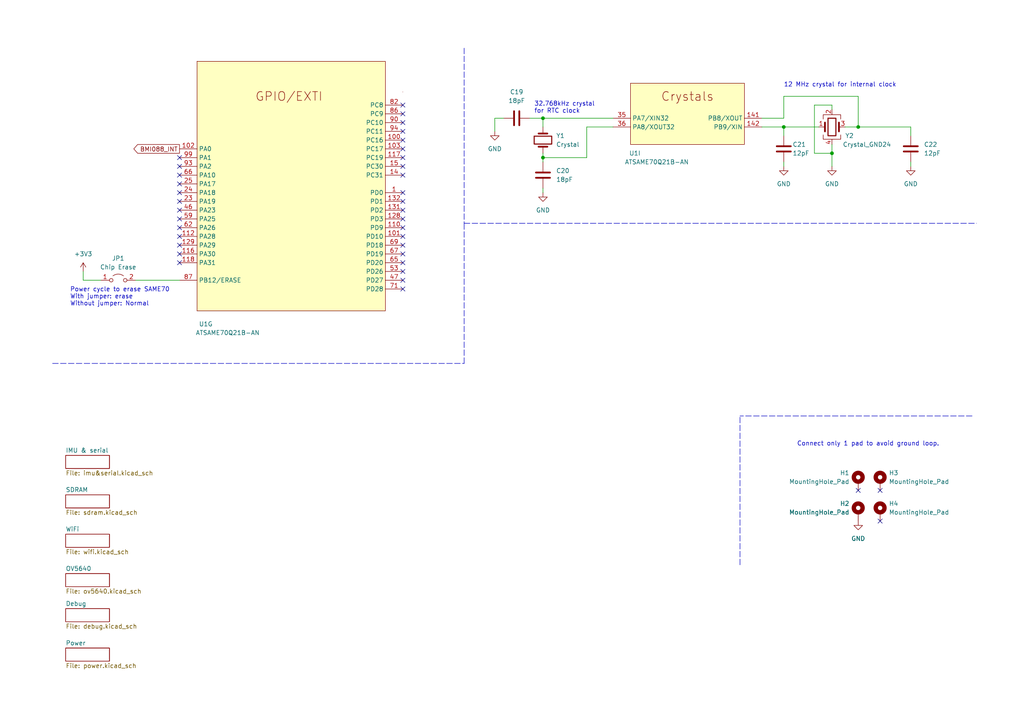
<source format=kicad_sch>
(kicad_sch (version 20211123) (generator eeschema)
  (paper "A4")
  (title_block (title "Flight Controller") (date "2023-01-29") (rev "0.1"))
  (lib_symbols
    (symbol "Device:C" (pin_numbers hide) (pin_names (offset 0.254))
      (property "Reference" "C" (at 0.635 2.54 0))
      (property "Value" "C" (at 0.635 -2.54 0))
      (symbol "C_0_1"
        (polyline (pts (xy -2.032 -0.762) (xy 2.032 -0.762)) (stroke (width 0.508)))
        (polyline (pts (xy -2.032 0.762) (xy 2.032 0.762)) (stroke (width 0.508)))
      )
      (symbol "C_1_1"
        (pin passive line (at 0 3.81 270) (length 2.794) (name "~") (number "1"))
        (pin passive line (at 0 -3.81 90) (length 2.794) (name "~") (number "2"))
      )
    )
    (symbol "Device:Crystal" (pin_numbers hide) (pin_names (offset 1.016) hide)
      (property "Reference" "Y" (at 0 3.81 0))
      (property "Value" "Crystal" (at 0 -3.81 0))
      (symbol "Crystal_0_1"
        (rectangle (start -1.143 2.54) (end 1.143 -2.54) (stroke (width 0.3048)))
        (polyline (pts (xy -2.54 0) (xy -1.905 0)))
        (polyline (pts (xy -1.905 -1.27) (xy -1.905 1.27)) (stroke (width 0.508)))
        (polyline (pts (xy 1.905 -1.27) (xy 1.905 1.27)) (stroke (width 0.508)))
        (polyline (pts (xy 2.54 0) (xy 1.905 0)))
      )
      (symbol "Crystal_1_1"
        (pin passive line (at -3.81 0 0) (length 1.27) (name "1") (number "1"))
        (pin passive line (at 3.81 0 180) (length 1.27) (name "2") (number "2"))
      )
    )
    (symbol "Device:Crystal_GND24" (pin_names (offset 1.016) hide)
      (property "Reference" "Y" (at 3.175 5.08 0))
      (property "Value" "Crystal_GND24" (at 3.175 3.175 0))
      (symbol "Crystal_GND24_0_1"
        (rectangle (start -1.143 2.54) (end 1.143 -2.54) (stroke (width 0.3048)))
        (polyline (pts (xy -2.54 0) (xy -2.032 0)))
        (polyline (pts (xy -2.032 -1.27) (xy -2.032 1.27)) (stroke (width 0.508)))
        (polyline (pts (xy 0 -3.81) (xy 0 -3.556)))
        (polyline (pts (xy 0 3.556) (xy 0 3.81)))
        (polyline (pts (xy 2.032 -1.27) (xy 2.032 1.27)) (stroke (width 0.508)))
        (polyline (pts (xy 2.032 0) (xy 2.54 0)))
        (polyline (pts (xy -2.54 -2.286) (xy -2.54 -3.556) (xy 2.54 -3.556) (xy 2.54 -2.286)))
        (polyline (pts (xy -2.54 2.286) (xy -2.54 3.556) (xy 2.54 3.556) (xy 2.54 2.286)))
      )
      (symbol "Crystal_GND24_1_1"
        (pin passive line (at -3.81 0 0) (length 1.27) (name "1") (number "1"))
        (pin passive line (at 0 5.08 270) (length 1.27) (name "2") (number "2"))
        (pin passive line (at 3.81 0 180) (length 1.27) (name "3") (number "3"))
        (pin passive line (at 0 -5.08 90) (length 1.27) (name "4") (number "4"))
      )
    )
    (symbol "Jumper:Jumper_2_Open" (pin_names (offset 0) hide)
      (property "Reference" "JP" (at 0 2.794 0))
      (property "Value" "Jumper_2_Open" (at 0 -2.286 0))
      (symbol "Jumper_2_Open_0_0"
        (circle (center -2.032 0) (radius 0.508))
        (circle (center 2.032 0) (radius 0.508))
      )
      (symbol "Jumper_2_Open_0_1"
        (arc (start 1.524 1.27) (mid 0 1.778) (end -1.524 1.27))
      )
      (symbol "Jumper_2_Open_1_1"
        (pin passive line (at -5.08 0 0) (length 2.54) (name "A") (number "1"))
        (pin passive line (at 5.08 0 180) (length 2.54) (name "B") (number "2"))
      )
    )
    (symbol "Mechanical:MountingHole_Pad" (pin_numbers hide) (pin_names (offset 1.016) hide)
      (property "Reference" "H" (at 0 6.35 0))
      (property "Value" "MountingHole_Pad" (at 0 4.445 0))
      (symbol "MountingHole_Pad_0_1"
        (circle (center 0 1.27) (radius 1.27) (stroke (width 1.27)))
      )
      (symbol "MountingHole_Pad_1_1"
        (pin input line (at 0 -2.54 90) (length 2.54) (name "1") (number "1"))
      )
    )
    (symbol "atsame70q21b-an:ATSAME70Q21B-AN"
      (property "Reference" "U2" (at -15.24 -5.08 0))
      (property "Value" "ATSAME70Q21B-AN" (at -7.62 -2.54 0))
      (symbol "ATSAME70Q21B-AN_1_1"
        (rectangle (start -16.51 25.4) (end 16.51 0) (fill (type background)))
        (text "WiFi" (at 0 21.59 0) (effects (font (size 2.54 2.54))))
        (pin output line (at 21.59 13.97 180) (length 5.08) (name "PB4") (number "105"))
        (pin input line (at 21.59 8.89 180) (length 5.08) (name "PB1") (number "20"))
        (pin output clock (at 21.59 6.35 180) (length 5.08) (name "PB0/RTCOUT0") (number "21"))
        (pin output line (at 21.59 11.43 180) (length 5.08) (name "PB2") (number "26"))
      )
      (symbol "ATSAME70Q21B-AN_2_1"
        (rectangle (start -17.78 36.83) (end 16.51 0) (fill (type background)))
        (text "ISI" (at 0 33.02 0) (effects (font (size 2.54 2.54))))
        (pin bidirectional line (at 21.59 27.94 180) (length 5.08) (name "PA6/PCK0") (number "114"))
        (pin bidirectional line (at -22.86 22.86 0) (length 5.08) (name "PB3/ISI_D2") (number "31"))
        (pin bidirectional line (at 21.59 8.89 180) (length 5.08) (name "PA21") (number "32"))
        (pin bidirectional line (at 21.59 6.35 180) (length 5.08) (name "PA22") (number "37"))
        (pin bidirectional line (at 21.59 15.24 180) (length 5.08) (name "PD25/ISI_VREF") (number "52"))
        (pin bidirectional line (at 21.59 17.78 180) (length 5.08) (name "PD24/ISI_HSYNC") (number "55"))
        (pin bidirectional line (at 21.59 22.86 180) (length 5.08) (name "PA24/ISI_PCK") (number "56"))
        (pin bidirectional line (at -22.86 27.94 0) (length 5.08) (name "PD22/ISI_D0") (number "60"))
        (pin bidirectional line (at -22.86 25.4 0) (length 5.08) (name "PD21/ISI_D1") (number "63"))
        (pin bidirectional line (at -22.86 10.16 0) (length 5.08) (name "PA27/ISI_D7") (number "70"))
        (pin bidirectional line (at -22.86 17.78 0) (length 5.08) (name "PA5/ISI_D4") (number "73"))
        (pin bidirectional line (at -22.86 20.32 0) (length 5.08) (name "PA9/ISI_D3") (number "75"))
        (pin bidirectional line (at -22.86 12.7 0) (length 5.08) (name "PD12/ISI_D6") (number "92"))
        (pin bidirectional line (at -22.86 15.24 0) (length 5.08) (name "PD11/ISI_D5") (number "98"))
      )
      (symbol "ATSAME70Q21B-AN_3_1"
        (rectangle (start -19.05 60.96) (end 17.78 0) (fill (type background)))
        (text "SDRAM" (at 0 54.61 0) (effects (font (size 2.54 2.54))))
        (pin bidirectional line (at 22.86 22.86 180) (length 5.08) (name "PE3/D11") (number "10"))
        (pin bidirectional line (at 22.86 5.08 180) (length 5.08) (name "PD15/NBS1") (number "106"))
        (pin bidirectional line (at -24.13 5.08 0) (length 5.08) (name "PD29/SDWE") (number "108"))
        (pin bidirectional line (at 22.86 50.8 180) (length 5.08) (name "PC0/D0") (number "11"))
        (pin bidirectional line (at 22.86 7.62 180) (length 5.08) (name "PC18/NBS0") (number "111"))
        (pin bidirectional line (at -24.13 33.02 0) (length 5.08) (name "PC27/A9") (number "12"))
        (pin bidirectional line (at -24.13 50.8 0) (length 5.08) (name "PC20/A2") (number "120"))
        (pin bidirectional line (at -24.13 48.26 0) (length 5.08) (name "PC21/A3") (number "122"))
        (pin bidirectional line (at -24.13 45.72 0) (length 5.08) (name "PC22/A4") (number "124"))
        (pin bidirectional line (at -24.13 43.18 0) (length 5.08) (name "PC23/A5") (number "127"))
        (pin bidirectional line (at -24.13 35.56 0) (length 5.08) (name "PC26/A8") (number "13"))
        (pin bidirectional line (at -24.13 40.64 0) (length 5.08) (name "PC24/A6") (number "130"))
        (pin bidirectional line (at -24.13 38.1 0) (length 5.08) (name "PC25/A7") (number "133"))
        (pin bidirectional line (at -24.13 27.94 0) (length 5.08) (name "PC29/A11") (number "16"))
        (pin bidirectional line (at -24.13 12.7 0) (length 5.08) (name "PC15/SDCS") (number "18"))
        (pin bidirectional line (at -24.13 22.86 0) (length 5.08) (name "PA20/BA0") (number "22"))
        (pin bidirectional line (at 22.86 20.32 180) (length 5.08) (name "PE4/D12") (number "27"))
        (pin bidirectional line (at 22.86 17.78 180) (length 5.08) (name "PE5/D13") (number "28"))
        (pin bidirectional line (at 22.86 48.26 180) (length 5.08) (name "PC1/D1") (number "38"))
        (pin bidirectional line (at 22.86 45.72 180) (length 5.08) (name "PC2/D2") (number "39"))
        (pin bidirectional line (at 22.86 30.48 180) (length 5.08) (name "PE0/D8") (number "4"))
        (pin bidirectional line (at 22.86 43.18 180) (length 5.08) (name "PC3/D3") (number "40"))
        (pin bidirectional line (at 22.86 40.64 180) (length 5.08) (name "PC4/D4") (number "41"))
        (pin bidirectional line (at 22.86 12.7 180) (length 5.08) (name "PA16/D15") (number "45"))
        (pin bidirectional line (at 22.86 33.02 180) (length 5.08) (name "PC7/D7") (number "48"))
        (pin bidirectional line (at 22.86 15.24 180) (length 5.08) (name "PA15/D14") (number "49"))
        (pin bidirectional line (at 22.86 35.56 180) (length 5.08) (name "PC6/D6") (number "54"))
        (pin bidirectional line (at -24.13 17.78 0) (length 5.08) (name "PD23/SDCK") (number "57"))
        (pin bidirectional line (at 22.86 38.1 180) (length 5.08) (name "PC5/D5") (number "58"))
        (pin bidirectional line (at 22.86 27.94 180) (length 5.08) (name "PE1/D9") (number "6"))
        (pin bidirectional line (at 22.86 25.4 180) (length 5.08) (name "PE2/D10") (number "7"))
        (pin bidirectional line (at -24.13 7.62 0) (length 5.08) (name "PD17/CAS") (number "74"))
        (pin bidirectional line (at -24.13 30.48 0) (length 5.08) (name "PC28/A10") (number "76"))
        (pin bidirectional line (at -24.13 10.16 0) (length 5.08) (name "PD16/RAS") (number "78"))
        (pin bidirectional line (at -24.13 15.24 0) (length 5.08) (name "PD14/SDCKE") (number "84"))
        (pin bidirectional line (at -24.13 25.4 0) (length 5.08) (name "PD13/SDA10") (number "88"))
      )
      (symbol "ATSAME70Q21B-AN_4_1"
        (rectangle (start -21.59 39.37) (end 22.86 0) (fill (type background)))
        (text "Serial" (at 0 34.29 0) (effects (font (size 2.54 2.54))))
        (pin input line (at 27.94 8.89 180) (length 5.08) (name "PC12/CANRX") (number "17"))
        (pin output line (at 27.94 3.81 180) (length 5.08) (name "PC13") (number "19"))
        (pin input line (at -26.67 6.35 0) (length 5.08) (name "PD31/URXD3") (number "2"))
        (pin output line (at -26.67 8.89 0) (length 5.08) (name "P30/UTXD3") (number "34"))
        (pin output line (at 27.94 21.59 180) (length 5.08) (name "PA13/SQPI_QIO0") (number "42"))
        (pin output clock (at 27.94 26.67 180) (length 5.08) (name "PA14/QSPI_SCK") (number "51"))
        (pin output line (at 27.94 24.13 180) (length 5.08) (name "PA11/QSPI_QCS") (number "64"))
        (pin input line (at 27.94 29.21 180) (length 5.08) (name "PA12/QSPI_QIO1") (number "68"))
        (pin output clock (at -26.67 26.67 0) (length 5.08) (name "PA4/TWCK0") (number "77"))
        (pin bidirectional line (at -26.67 29.21 0) (length 5.08) (name "PA3/TWD0") (number "91"))
        (pin output line (at 27.94 6.35 180) (length 5.08) (name "PC14/CANTX1") (number "97"))
      )
      (symbol "ATSAME70Q21B-AN_5_1"
        (rectangle (start -19.05 38.1) (end 17.78 0) (fill (type background)))
        (text "Debug" (at 0 31.75 0) (effects (font (size 2.54 2.54))))
        (pin input line (at -24.13 17.78 0) (length 5.08) (name "JTAGSEL") (number "104"))
        (pin bidirectional line (at -24.13 5.08 0) (length 5.08) (name "PB5/TRACESWO") (number "109"))
        (pin output clock (at 22.86 15.24 180) (length 5.08) (name "PD8/TRACEDCLK") (number "113"))
        (pin input line (at 22.86 17.78 180) (length 5.08) (name "PD7/TRACED3") (number "119"))
        (pin input line (at 22.86 20.32 180) (length 5.08) (name "PD6/TRACED2") (number "121"))
        (pin input line (at 22.86 22.86 180) (length 5.08) (name "PD5/TRACED1") (number "125"))
        (pin input line (at 22.86 25.4 180) (length 5.08) (name "PD4/TRACED0") (number "126"))
        (pin bidirectional line (at -24.13 7.62 0) (length 5.08) (name "PB6/SWIO") (number "79"))
        (pin bidirectional line (at -24.13 25.4 0) (length 5.08) (name "NRST") (number "83"))
        (pin input line (at -24.13 22.86 0) (length 5.08) (name "TST") (number "85"))
        (pin input clock (at -24.13 10.16 0) (length 5.08) (name "PB7/SWCLK") (number "89"))
      )
      (symbol "ATSAME70Q21B-AN_6_1"
        (rectangle (start -17.78 48.26) (end 13.97 0) (fill (type background)))
        (text "Power" (at -1.27 43.18 0) (effects (font (size 2.54 2.54))))
        (pin passive line (at 19.05 16.51 180) (length 5.08) hide (name "VDDCORE") (number "107"))
        (pin passive line (at 19.05 3.81 180) (length 5.08) hide (name "GND") (number "115"))
        (pin power_in line (at 19.05 13.97 180) (length 5.08) (name "VDDPLL") (number "123"))
        (pin power_in line (at 19.05 34.29 180) (length 5.08) (name "VDDUTMII") (number "134"))
        (pin passive line (at 19.05 3.81 180) (length 5.08) hide (name "GND") (number "135"))
        (pin passive line (at 19.05 3.81 180) (length 5.08) hide (name "GND") (number "138"))
        (pin power_in line (at 19.05 11.43 180) (length 5.08) (name "VDDUTMIC") (number "139"))
        (pin power_in line (at 19.05 31.75 180) (length 5.08) (name "VDDPLLUSB") (number "143"))
        (pin power_in line (at 19.05 16.51 180) (length 5.08) (name "VDDCORE") (number "29"))
        (pin power_out line (at 19.05 19.05 180) (length 5.08) (name "VDDOUT") (number "3"))
        (pin power_in line (at 19.05 29.21 180) (length 5.08) (name "VDDIO") (number "30"))
        (pin passive line (at 19.05 16.51 180) (length 5.08) hide (name "VDDCORE") (number "33"))
        (pin passive line (at 19.05 29.21 180) (length 5.08) hide (name "VDDIO") (number "43"))
        (pin power_in line (at 19.05 3.81 180) (length 5.08) (name "GND") (number "44"))
        (pin power_in line (at 19.05 24.13 180) (length 5.08) (name "VDDIN") (number "5"))
        (pin passive line (at 19.05 16.51 180) (length 5.08) hide (name "VDDCORE") (number "50"))
        (pin passive line (at 19.05 3.81 180) (length 5.08) hide (name "GND") (number "61"))
        (pin passive line (at 19.05 29.21 180) (length 5.08) hide (name "VDDIO") (number "72"))
        (pin power_in line (at -22.86 3.81 0) (length 5.08) (name "VREFN") (number "8"))
        (pin passive line (at 19.05 29.21 180) (length 5.08) hide (name "VDDIO") (number "80"))
        (pin passive line (at 19.05 16.51 180) (length 5.08) hide (name "VDDCORE") (number "81"))
        (pin power_in line (at -22.86 6.35 0) (length 5.08) (name "VREFP") (number "9"))
        (pin passive line (at 19.05 3.81 180) (length 5.08) hide (name "GND") (number "95"))
        (pin passive line (at 19.05 29.21 180) (length 5.08) hide (name "VDDIO") (number "96"))
      )
      (symbol "ATSAME70Q21B-AN_7_1"
        (rectangle (start -27.94 72.39) (end 26.67 0) (fill (type background)))
        (rectangle (start 31.75 63.5) (end 31.75 63.5))
        (text "GPIO/EXTI" (at -1.27 62.23 0) (effects (font (size 2.54 2.54))))
        (pin bidirectional line (at 31.75 34.29 180) (length 5.08) (name "PD0") (number "1"))
        (pin bidirectional line (at 31.75 49.53 180) (length 5.08) (name "PC16") (number "100"))
        (pin bidirectional line (at 31.75 21.59 180) (length 5.08) (name "PD10") (number "101"))
        (pin bidirectional line (at -33.02 46.99 0) (length 5.08) (name "PA0") (number "102"))
        (pin bidirectional line (at 31.75 46.99 180) (length 5.08) (name "PC17") (number "103"))
        (pin bidirectional line (at 31.75 24.13 180) (length 5.08) (name "PD9") (number "110"))
        (pin bidirectional line (at -33.02 21.59 0) (length 5.08) (name "PA28") (number "112"))
        (pin bidirectional line (at -33.02 16.51 0) (length 5.08) (name "PA30") (number "116"))
        (pin bidirectional line (at 31.75 44.45 180) (length 5.08) (name "PC19") (number "117"))
        (pin bidirectional line (at -33.02 13.97 0) (length 5.08) (name "PA31") (number "118"))
        (pin bidirectional line (at 31.75 26.67 180) (length 5.08) (name "PD3") (number "128"))
        (pin bidirectional line (at -33.02 19.05 0) (length 5.08) (name "PA29") (number "129"))
        (pin bidirectional line (at 31.75 29.21 180) (length 5.08) (name "PD2") (number "131"))
        (pin bidirectional line (at 31.75 31.75 180) (length 5.08) (name "PD1") (number "132"))
        (pin bidirectional line (at 31.75 39.37 180) (length 5.08) (name "PC31") (number "14"))
        (pin bidirectional line (at 31.75 41.91 180) (length 5.08) (name "PC30") (number "15"))
        (pin bidirectional line (at -33.02 31.75 0) (length 5.08) (name "PA19") (number "23"))
        (pin bidirectional line (at -33.02 34.29 0) (length 5.08) (name "PA18") (number "24"))
        (pin bidirectional line (at -33.02 36.83 0) (length 5.08) (name "PA17") (number "25"))
        (pin bidirectional line (at -33.02 29.21 0) (length 5.08) (name "PA23") (number "46"))
        (pin bidirectional line (at 31.75 8.89 180) (length 5.08) (name "PD27") (number "47"))
        (pin bidirectional line (at 31.75 11.43 180) (length 5.08) (name "PD26") (number "53"))
        (pin bidirectional line (at -33.02 26.67 0) (length 5.08) (name "PA25") (number "59"))
        (pin bidirectional line (at -33.02 24.13 0) (length 5.08) (name "PA26") (number "62"))
        (pin bidirectional line (at 31.75 13.97 180) (length 5.08) (name "PD20") (number "65"))
        (pin bidirectional line (at -33.02 39.37 0) (length 5.08) (name "PA10") (number "66"))
        (pin bidirectional line (at 31.75 16.51 180) (length 5.08) (name "PD19") (number "67"))
        (pin bidirectional line (at 31.75 19.05 180) (length 5.08) (name "PD18") (number "69"))
        (pin bidirectional line (at 31.75 6.35 180) (length 5.08) (name "PD28") (number "71"))
        (pin bidirectional line (at 31.75 59.69 180) (length 5.08) (name "PC8") (number "82"))
        (pin bidirectional line (at 31.75 57.15 180) (length 5.08) (name "PC9") (number "86"))
        (pin bidirectional line (at -33.02 8.89 0) (length 5.08) (name "PB12/ERASE") (number "87"))
        (pin bidirectional line (at 31.75 54.61 180) (length 5.08) (name "PC10") (number "90"))
        (pin bidirectional line (at -33.02 41.91 0) (length 5.08) (name "PA2") (number "93"))
        (pin bidirectional line (at 31.75 52.07 180) (length 5.08) (name "PC11") (number "94"))
        (pin bidirectional line (at -33.02 44.45 0) (length 5.08) (name "PA1") (number "99"))
      )
      (symbol "ATSAME70Q21B-AN_8_1"
        (rectangle (start -13.97 25.4) (end 15.24 0) (fill (type background)))
        (text "USB" (at 0 21.59 0) (effects (font (size 2.54 2.54))))
        (pin bidirectional line (at -19.05 8.89 0) (length 5.08) (name "HSDM") (number "136"))
        (pin bidirectional line (at -19.05 11.43 0) (length 5.08) (name "HSDP") (number "137"))
        (pin input line (at -19.05 6.35 0) (length 5.08) (name "VBG") (number "140"))
        (pin bidirectional line (at -19.05 16.51 0) (length 5.08) (name "PB13") (number "144"))
      )
      (symbol "ATSAME70Q21B-AN_9_1"
        (rectangle (start -16.51 17.78) (end 16.51 0) (fill (type background)))
        (text "Crystals" (at 0 13.97 0) (effects (font (size 2.54 2.54))))
        (pin bidirectional line (at 21.59 7.62 180) (length 5.08) (name "PB8/XOUT") (number "141"))
        (pin bidirectional line (at 21.59 5.08 180) (length 5.08) (name "PB9/XIN") (number "142"))
        (pin bidirectional line (at -21.59 7.62 0) (length 5.08) (name "PA7/XIN32") (number "35"))
        (pin bidirectional line (at -21.59 5.08 0) (length 5.08) (name "PA8/XOUT32") (number "36"))
      )
    )
    (symbol "power:+3V3" (power) (pin_names (offset 0))
      (property "Value" "+3V3" (at 0 3.556 0))
      (symbol "+3V3_0_1"
        (polyline (pts (xy -0.762 1.27) (xy 0 2.54)))
        (polyline (pts (xy 0 0) (xy 0 2.54)))
        (polyline (pts (xy 0 2.54) (xy 0.762 1.27)))
      )
      (symbol "+3V3_1_1"
        (pin power_in line (at 0 0 90) (length 0) hide (name "+3V3") (number "1"))
      )
    )
    (symbol "power:GND" (power) (pin_names (offset 0))
      (property "Value" "GND" (at 0 -3.81 0))
      (symbol "GND_0_1"
        (polyline (pts (xy 0 0) (xy 0 -1.27) (xy 1.27 -1.27) (xy 0 -2.54) (xy -1.27 -1.27) (xy 0 -1.27)))
      )
      (symbol "GND_1_1"
        (pin power_in line (at 0 0 270) (length 0) hide (name "GND") (number "1"))
      )
    )
  )
  (bus_alias "PD[0..31]" (members "ISI_D[0..7]"))
  (junction (at 157.48 45.72))
  (junction (at 227.33 36.83))
  (junction (at 248.92 36.83))
  (junction (at 241.3 44.45))
  (junction (at 157.48 34.29))
  (no_connect (at 116.84 38.1))
  (no_connect (at 116.84 45.72))
  (no_connect (at 116.84 71.12))
  (no_connect (at 116.84 68.58))
  (no_connect (at 116.84 78.74))
  (no_connect (at 116.84 66.04))
  (no_connect (at 116.84 58.42))
  (no_connect (at 116.84 30.48))
  (no_connect (at 116.84 73.66))
  (no_connect (at 52.07 53.34))
  (no_connect (at 52.07 60.96))
  (no_connect (at 116.84 63.5))
  (no_connect (at 116.84 43.18))
  (no_connect (at 52.07 73.66))
  (no_connect (at 116.84 33.02))
  (no_connect (at 52.07 76.2))
  (no_connect (at 116.84 76.2))
  (no_connect (at 116.84 83.82))
  (no_connect (at 52.07 55.88))
  (no_connect (at 52.07 50.8))
  (no_connect (at 52.07 68.58))
  (no_connect (at 116.84 50.8))
  (no_connect (at 116.84 55.88))
  (no_connect (at 116.84 81.28))
  (no_connect (at 248.92 142.24))
  (no_connect (at 52.07 71.12))
  (no_connect (at 52.07 66.04))
  (no_connect (at 52.07 63.5))
  (no_connect (at 116.84 60.96))
  (no_connect (at 116.84 48.26))
  (no_connect (at 116.84 40.64))
  (no_connect (at 52.07 48.26))
  (no_connect (at 255.27 142.24))
  (no_connect (at 52.07 45.72))
  (no_connect (at 116.84 35.56))
  (no_connect (at 52.07 58.42))
  (no_connect (at 255.27 151.13))
  (wire (pts (xy 143.51 38.1) (xy 143.51 34.29)))
  (wire (pts (xy 157.48 34.29) (xy 157.48 36.83)))
  (wire (pts (xy 241.3 31.75) (xy 241.3 30.48)))
  (wire (pts (xy 157.48 45.72) (xy 157.48 46.99)))
  (wire (pts (xy 157.48 44.45) (xy 157.48 45.72)))
  (wire (pts (xy 241.3 44.45) (xy 241.3 48.26)))
  (wire (pts (xy 245.11 36.83) (xy 248.92 36.83)))
  (wire (pts (xy 248.92 36.83) (xy 264.16 36.83)))
  (wire (pts (xy 24.13 81.28) (xy 29.21 81.28)))
  (wire (pts (xy 227.33 27.94) (xy 248.92 27.94)))
  (wire (pts (xy 248.92 36.83) (xy 248.92 27.94)))
  (wire (pts (xy 241.3 44.45) (xy 241.3 41.91)))
  (wire (pts (xy 220.98 36.83) (xy 227.33 36.83)))
  (wire (pts (xy 227.33 46.99) (xy 227.33 48.26)))
  (wire (pts (xy 157.48 45.72) (xy 170.18 45.72)))
  (polyline (pts (xy 134.62 105.41) (xy 134.62 64.77)))
  (wire (pts (xy 143.51 34.29) (xy 146.05 34.29)))
  (wire (pts (xy 177.8 34.29) (xy 157.48 34.29)))
  (polyline (pts (xy 15.24 105.41) (xy 134.62 105.41)))
  (wire (pts (xy 264.16 36.83) (xy 264.16 39.37)))
  (wire (pts (xy 157.48 54.61) (xy 157.48 55.88)))
  (wire (pts (xy 220.98 34.29) (xy 227.33 34.29)))
  (polyline (pts (xy 134.62 64.77) (xy 283.21 64.77)))
  (polyline (pts (xy 281.94 120.65) (xy 214.63 120.65)))
  (wire (pts (xy 264.16 46.99) (xy 264.16 48.26)))
  (wire (pts (xy 236.22 44.45) (xy 241.3 44.45)))
  (wire (pts (xy 241.3 30.48) (xy 236.22 30.48)))
  (wire (pts (xy 227.33 34.29) (xy 227.33 27.94)))
  (wire (pts (xy 177.8 36.83) (xy 170.18 36.83)))
  (wire (pts (xy 170.18 36.83) (xy 170.18 45.72)))
  (wire (pts (xy 24.13 78.74) (xy 24.13 81.28)))
  (wire (pts (xy 227.33 36.83) (xy 237.49 36.83)))
  (wire (pts (xy 227.33 36.83) (xy 227.33 39.37)))
  (polyline (pts (xy 134.62 13.97) (xy 134.62 64.77)))
  (polyline (pts (xy 214.63 163.83) (xy 214.63 120.65)))
  (wire (pts (xy 39.37 81.28) (xy 52.07 81.28)))
  (wire (pts (xy 153.67 34.29) (xy 157.48 34.29)))
  (wire (pts (xy 236.22 30.48) (xy 236.22 44.45)))
  (text "Connect only 1 pad to avoid ground loop." (at 231.14 129.54 0) (effects (font (size 1.27 1.27)) (justify left bottom)))
  (text "12 MHz crystal for internal clock" (at 227.33 25.4 0) (effects (font (size 1.27 1.27)) (justify left bottom)))
  (text "32.768kHz crystal\nfor RTC clock" (at 154.94 33.02 0) (effects (font (size 1.27 1.27)) (justify left bottom)))
  (text "Power cycle to erase SAME70\nWith jumper: erase\nWithout jumper: Normal" (at 20.32 88.9 0) (effects (font (size 1.27 1.27)) (justify left bottom)))
  (global_label "BMI088_INT" (shape output) (at 52.07 43.18 180) (property "Intersheet References" "${INTERSHEET_REFS}" (effects hide)))
  (symbol (lib_id "Mechanical:MountingHole_Pad") (at 255.27 148.59 0) (unit 1)
    (property "Reference" "H4" (at 257.81 146.0499 0) (effects (justify left)))
    (property "Value" "MountingHole_Pad" (at 257.81 148.5899 0) (effects (justify left)))
    (property "Footprint" "MountingHole:MountingHole_3.2mm_M3_Pad" (effects hide))
  )
  (symbol (lib_id "Device:Crystal") (at 157.48 40.64 90) (unit 1)
    (property "Reference" "Y1" (at 161.29 39.3699 90) (effects (justify right)))
    (property "Value" "Crystal" (at 161.29 41.9099 90) (effects (justify right)))
    (property "Footprint" "Crystal:Crystal_SMD_0603-2Pin_6.0x3.5mm_HandSoldering" (effects hide))
  )
  (symbol (lib_id "power:GND") (at 143.51 38.1 0) (unit 1)
    (property "Reference" "#PWR061" (effects hide))
    (property "Value" "GND" (at 143.51 43.18 0))
  )
  (symbol (lib_id "Device:C") (at 227.33 43.18 0) (unit 1)
    (property "Reference" "C21" (at 229.87 41.91 0) (effects (justify left)))
    (property "Value" "12pF" (at 229.87 44.45 0) (effects (justify left)))
    (property "Footprint" "Capacitor_SMD:C_0603_1608Metric_Pad1.08x0.95mm_HandSolder" (effects hide))
  )
  (symbol (lib_id "Device:C") (at 264.16 43.18 0) (unit 1)
    (property "Reference" "C22" (at 267.97 41.9099 0) (effects (justify left)))
    (property "Value" "12pF" (at 267.97 44.4499 0) (effects (justify left)))
    (property "Footprint" "Capacitor_SMD:C_0603_1608Metric_Pad1.08x0.95mm_HandSolder" (effects hide))
  )
  (symbol (lib_id "Jumper:Jumper_2_Open") (at 34.29 81.28 0) (unit 1)
    (property "Reference" "JP1" (at 34.29 74.93 0))
    (property "Value" "Chip Erase" (at 34.29 77.47 0))
    (property "Footprint" "Connector_PinHeader_2.54mm:PinHeader_1x02_P2.54mm_Vertical" (effects hide))
  )
  (symbol (lib_id "atsame70q21b-an:ATSAME70Q21B-AN") (at 199.39 41.91 0) (unit 9)
    (property "Reference" "U1" (at 184.15 44.45 0))
    (property "Value" "ATSAME70Q21B-AN" (at 190.5 46.99 0))
    (property "Footprint" "Package_QFP:LQFP-144_20x20mm_P0.5mm" (effects hide))
    (property "Datasheet" "http://ww1.microchip.com/downloads/en/DeviceDoc/SAM-E70-S70-V70-V71-Family-Data-Sheet-DS60001527D.pdf" (effects hide))
  )
  (symbol (lib_id "power:GND") (at 157.48 55.88 0) (unit 1)
    (property "Reference" "#PWR062" (effects hide))
    (property "Value" "GND" (at 157.48 60.96 0))
  )
  (symbol (lib_id "Mechanical:MountingHole_Pad") (at 248.92 139.7 0) (mirror y) (unit 1)
    (property "Reference" "H1" (at 246.38 137.1599 0) (effects (justify left)))
    (property "Value" "MountingHole_Pad" (at 246.38 139.6999 0) (effects (justify left)))
    (property "Footprint" "MountingHole:MountingHole_3.2mm_M3_Pad" (effects hide))
  )
  (symbol (lib_id "power:GND") (at 227.33 48.26 0) (unit 1)
    (property "Reference" "#PWR063" (effects hide))
    (property "Value" "GND" (at 227.33 53.34 0))
  )
  (symbol (lib_id "Mechanical:MountingHole_Pad") (at 248.92 148.59 0) (mirror y) (unit 1)
    (property "Reference" "H2" (at 246.38 146.0499 0) (effects (justify left)))
    (property "Value" "MountingHole_Pad" (at 246.38 148.5899 0) (effects (justify left)))
    (property "Footprint" "MountingHole:MountingHole_3.2mm_M3_Pad" (effects hide))
  )
  (symbol (lib_id "power:GND") (at 248.92 151.13 0) (unit 1)
    (property "Reference" "#PWR027" (effects hide))
    (property "Value" "GND" (at 248.92 156.21 0))
  )
  (symbol (lib_id "power:GND") (at 241.3 48.26 0) (unit 1)
    (property "Reference" "#PWR064" (effects hide))
    (property "Value" "GND" (at 241.3 53.34 0))
  )
  (symbol (lib_id "Device:Crystal_GND24") (at 241.3 36.83 0) (unit 1)
    (property "Reference" "Y2" (at 246.38 39.37 0))
    (property "Value" "Crystal_GND24" (at 251.46 41.91 0))
    (property "Footprint" "Crystal:Crystal_SMD_0603-4Pin_6.0x3.5mm_HandSoldering" (effects hide))
  )
  (symbol (lib_id "Device:C") (at 149.86 34.29 90) (unit 1)
    (property "Reference" "C19" (at 149.86 26.67 90))
    (property "Value" "18pF" (at 149.86 29.21 90))
    (property "Footprint" "Capacitor_SMD:C_0603_1608Metric_Pad1.08x0.95mm_HandSolder" (effects hide))
  )
  (symbol (lib_id "power:+3V3") (at 24.13 78.74 0) (unit 1)
    (property "Reference" "#PWR066" (effects hide))
    (property "Value" "+3V3" (at 24.13 73.66 0))
  )
  (symbol (lib_id "atsame70q21b-an:ATSAME70Q21B-AN") (at 85.09 90.17 0) (unit 7)
    (property "Reference" "U1" (at 59.69 93.98 0))
    (property "Value" "ATSAME70Q21B-AN" (at 66.04 96.52 0))
    (property "Footprint" "Package_QFP:LQFP-144_20x20mm_P0.5mm" (effects hide))
    (property "Datasheet" "http://ww1.microchip.com/downloads/en/DeviceDoc/SAM-E70-S70-V70-V71-Family-Data-Sheet-DS60001527D.pdf" (effects hide))
  )
  (symbol (lib_id "power:GND") (at 264.16 48.26 0) (unit 1)
    (property "Reference" "#PWR065" (effects hide))
    (property "Value" "GND" (at 264.16 53.34 0))
  )
  (symbol (lib_id "Device:C") (at 157.48 50.8 180) (unit 1)
    (property "Reference" "C20" (at 161.29 49.5299 0) (effects (justify right)))
    (property "Value" "18pF" (at 161.29 52.0699 0) (effects (justify right)))
    (property "Footprint" "Capacitor_SMD:C_0603_1608Metric_Pad1.08x0.95mm_HandSolder" (effects hide))
  )
  (symbol (lib_id "Mechanical:MountingHole_Pad") (at 255.27 139.7 0) (unit 1)
    (property "Reference" "H3" (at 257.81 137.1599 0) (effects (justify left)))
    (property "Value" "MountingHole_Pad" (at 257.81 139.6999 0) (effects (justify left)))
    (property "Footprint" "MountingHole:MountingHole_3.2mm_M3_Pad" (effects hide))
  )
  (sheet (at 19.05 132.08) (size 12.7 3.81) (stroke (width 0.1524))
    (property "Sheet name" "IMU & serial" (at 19.05 131.3684 0) (effects (justify left bottom)))
    (property "Sheet file" "imu&serial.kicad_sch" (at 19.05 136.4746 0) (effects (justify left top)))
  )
  (sheet (at 19.05 154.94) (size 12.7 3.81) (stroke (width 0.1524))
    (property "Sheet name" "WiFi" (at 19.05 154.2284 0) (effects (justify left bottom)))
    (property "Sheet file" "wifi.kicad_sch" (at 19.05 159.3346 0) (effects (justify left top)))
  )
  (sheet (at 19.05 166.37) (size 12.7 3.81) (stroke (width 0.1524))
    (property "Sheet name" "OV5640" (at 19.05 165.6584 0) (effects (justify left bottom)))
    (property "Sheet file" "ov5640.kicad_sch" (at 19.05 170.7646 0) (effects (justify left top)))
  )
  (sheet (at 19.05 187.96) (size 12.7 3.81) (stroke (width 0.1524))
    (property "Sheet name" "Power" (at 19.05 187.2484 0) (effects (justify left bottom)))
    (property "Sheet file" "power.kicad_sch" (at 19.05 192.3546 0) (effects (justify left top)))
  )
  (sheet (at 19.05 176.53) (size 12.7 3.81) (stroke (width 0.1524))
    (property "Sheet name" "Debug" (at 19.05 175.8184 0) (effects (justify left bottom)))
    (property "Sheet file" "debug.kicad_sch" (at 19.05 180.9246 0) (effects (justify left top)))
  )
  (sheet (at 19.05 143.51) (size 12.7 3.81) (stroke (width 0.1524))
    (property "Sheet name" "SDRAM" (at 19.05 142.7984 0) (effects (justify left bottom)))
    (property "Sheet file" "sdram.kicad_sch" (at 19.05 147.9046 0) (effects (justify left top)))
  )
)
</source>
